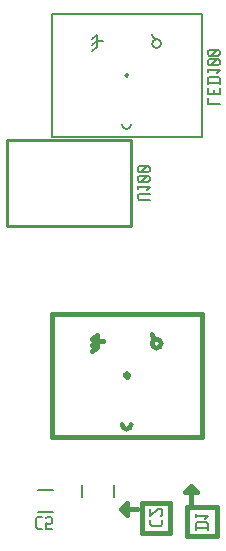
<source format=gbr>
G04 start of page 9 for group -4078 idx -4078 *
G04 Title: (unknown), bottomsilk *
G04 Creator: pcb 20140316 *
G04 CreationDate: Tue 24 Mar 2015 10:01:30 AM GMT UTC *
G04 For: fosse *
G04 Format: Gerber/RS-274X *
G04 PCB-Dimensions (mil): 2250.00 2150.00 *
G04 PCB-Coordinate-Origin: lower left *
%MOIN*%
%FSLAX25Y25*%
%LNBOTTOMSILK*%
%ADD74C,0.0100*%
%ADD73C,0.0060*%
%ADD72C,0.0080*%
%ADD71C,0.0160*%
%ADD70C,0.0150*%
G54D70*X72000Y26500D02*X81500D01*
X72000Y36500D02*Y26500D01*
X65000Y34500D02*X70500D01*
X65000D02*X67000Y36500D01*
Y32500D01*
X65000Y34500D01*
X72000Y36500D02*X81500D01*
Y26500D01*
X97000Y35000D02*Y25500D01*
X87000D02*X97000D01*
X87000Y35000D02*Y25500D01*
X88500Y42000D02*Y36500D01*
Y42000D02*X90500Y40000D01*
X86500D02*X90500D01*
X86500D02*X88500Y42000D01*
X87000Y35000D02*X97000D01*
G54D71*X42000Y58500D02*X92000D01*
X42000Y99500D02*Y58500D01*
Y99500D02*X92000D01*
Y58500D01*
X57000Y90500D02*X55500Y89000D01*
X57000Y92500D02*X55500Y91000D01*
X57000Y92500D02*Y88500D01*
X55500Y87000D01*
X57000Y90500D02*X59000D01*
X67000Y79500D02*Y78500D01*
Y79500D02*X67500Y79000D01*
X66500D02*X67500D01*
X66500D02*X67000Y78500D01*
X67500Y79000D01*
X65500Y62500D02*G75*G03X67000Y61000I1500J0D01*G01*
G75*G03X68500Y62500I0J1500D01*G01*
X77000Y88000D02*G75*G03X78500Y89500I0J1500D01*G01*
X75500D02*G75*G03X77000Y88000I1500J0D01*G01*
Y91000D02*G75*G03X75500Y89500I0J-1500D01*G01*
X78500D02*G75*G03X77000Y91000I-1500J0D01*G01*
X75500Y92500D02*G75*G03X77000Y91000I1500J0D01*G01*
X67000Y78500D02*G75*G03X67500Y79000I0J500D01*G01*
X66500D02*G75*G03X67000Y78500I500J0D01*G01*
Y79500D02*G75*G03X66500Y79000I0J-500D01*G01*
X67500D02*G75*G03X67000Y79500I-500J0D01*G01*
G54D72*X37638Y33260D02*X42362D01*
X37638Y40740D02*X42362D01*
X62814Y42468D02*Y38532D01*
X52186Y42468D02*Y38532D01*
G54D73*X42000Y158500D02*X92000D01*
X42000Y199500D02*Y158500D01*
Y199500D02*X92000D01*
Y158500D01*
X57000Y190500D02*X55500Y189000D01*
X57000Y192500D02*X55500Y191000D01*
X57000Y192500D02*Y188500D01*
X55500Y187000D01*
X57000Y190500D02*X59000D01*
X67000Y179500D02*Y178500D01*
Y179500D02*X67500Y179000D01*
X66500D02*X67500D01*
X66500D02*X67000Y178500D01*
X67500Y179000D01*
X65500Y162500D02*G75*G03X67000Y161000I1500J0D01*G01*
G75*G03X68500Y162500I0J1500D01*G01*
X77000Y188000D02*G75*G03X78500Y189500I0J1500D01*G01*
X75500D02*G75*G03X77000Y188000I1500J0D01*G01*
Y191000D02*G75*G03X75500Y189500I0J-1500D01*G01*
X78500D02*G75*G03X77000Y191000I-1500J0D01*G01*
X75500Y192500D02*G75*G03X77000Y191000I1500J0D01*G01*
X67000Y178500D02*G75*G03X67500Y179000I0J500D01*G01*
X66500D02*G75*G03X67000Y178500I500J0D01*G01*
Y179500D02*G75*G03X66500Y179000I0J-500D01*G01*
X67500D02*G75*G03X67000Y179500I-500J0D01*G01*
G54D74*X27100Y128800D02*X68500D01*
X27100Y157300D02*Y128800D01*
Y157300D02*X68500D01*
Y128800D01*
G54D73*X90000Y28000D02*X94000D01*
Y29500D02*X93500Y30000D01*
X90500D02*X93500D01*
X90000Y29500D02*X90500Y30000D01*
X90000Y27500D02*Y29500D01*
X94000Y27500D02*Y29500D01*
X90000Y31700D02*Y32700D01*
Y32200D02*X94000D01*
X93000Y31200D02*X94000Y32200D01*
X74850Y29245D02*Y30745D01*
X75350Y28745D02*X74850Y29245D01*
X75350Y28745D02*X78350D01*
X78850Y29245D01*
Y30745D01*
X78350Y31945D02*X78850Y32445D01*
Y33945D01*
X78350Y34445D01*
X77350D02*X78350D01*
X74850Y31945D02*X77350Y34445D01*
X74850Y31945D02*Y34445D01*
X37350Y31850D02*X38850D01*
X36850Y31350D02*X37350Y31850D01*
X36850Y28350D02*Y31350D01*
Y28350D02*X37350Y27850D01*
X38850D01*
X40050D02*X42050D01*
X40050D02*Y29850D01*
X40550Y29350D01*
X41550D01*
X42050Y29850D01*
Y31350D01*
X41550Y31850D02*X42050Y31350D01*
X40550Y31850D02*X41550D01*
X40050Y31350D02*X40550Y31850D01*
X94000Y169500D02*X98000D01*
X94000D02*Y171500D01*
X96000Y172700D02*Y174200D01*
X94000Y172700D02*Y174700D01*
Y172700D02*X98000D01*
Y174700D01*
X94000Y176400D02*X98000D01*
Y177900D02*X97500Y178400D01*
X94500D02*X97500D01*
X94000Y177900D02*X94500Y178400D01*
X94000Y175900D02*Y177900D01*
X98000Y175900D02*Y177900D01*
X94000Y180100D02*Y181100D01*
Y180600D02*X98000D01*
X97000Y179600D02*X98000Y180600D01*
X94500Y182300D02*X94000Y182800D01*
X94500Y182300D02*X97500D01*
X98000Y182800D01*
Y183800D01*
X97500Y184300D01*
X94500D02*X97500D01*
X94000Y183800D02*X94500Y184300D01*
X94000Y182800D02*Y183800D01*
X95000Y182300D02*X97000Y184300D01*
X94500Y185500D02*X94000Y186000D01*
X94500Y185500D02*X97500D01*
X98000Y186000D01*
Y187000D01*
X97500Y187500D01*
X94500D02*X97500D01*
X94000Y187000D02*X94500Y187500D01*
X94000Y186000D02*Y187000D01*
X95000Y185500D02*X97000Y187500D01*
X71300Y137500D02*X74800D01*
X71300D02*X70800Y138000D01*
Y139000D01*
X71300Y139500D01*
X74800D01*
X70800Y141200D02*Y142200D01*
Y141700D02*X74800D01*
X73800Y140700D02*X74800Y141700D01*
X71300Y143400D02*X70800Y143900D01*
X71300Y143400D02*X74300D01*
X74800Y143900D01*
Y144900D01*
X74300Y145400D01*
X71300D02*X74300D01*
X70800Y144900D02*X71300Y145400D01*
X70800Y143900D02*Y144900D01*
X71800Y143400D02*X73800Y145400D01*
X71300Y146600D02*X70800Y147100D01*
X71300Y146600D02*X74300D01*
X74800Y147100D01*
Y148100D01*
X74300Y148600D01*
X71300D02*X74300D01*
X70800Y148100D02*X71300Y148600D01*
X70800Y147100D02*Y148100D01*
X71800Y146600D02*X73800Y148600D01*
M02*

</source>
